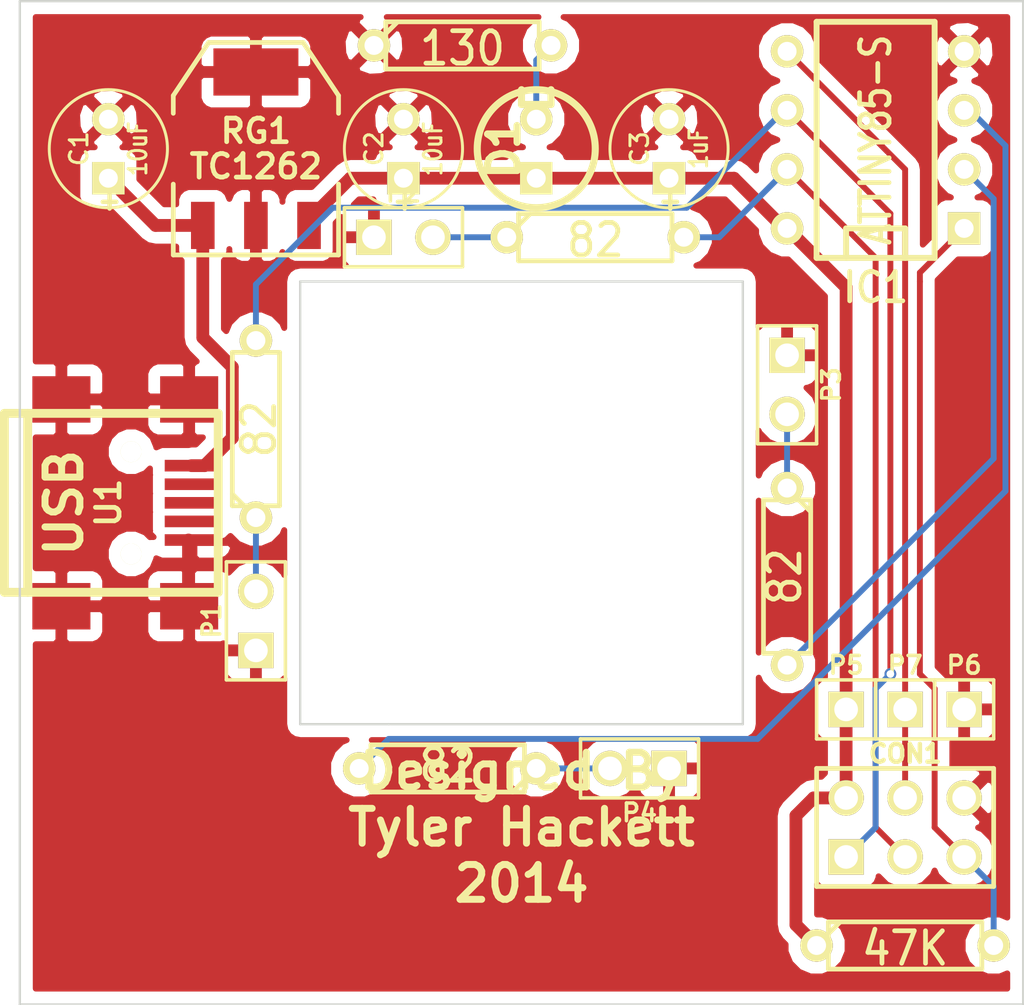
<source format=kicad_pcb>
(kicad_pcb (version 3) (host pcbnew "(2013-07-07 BZR 4022)-stable")

  (general
    (links 41)
    (no_connects 0)
    (area 178.276956 109.169999 223.8756 152.450001)
    (thickness 1.6)
    (drawings 14)
    (tracks 69)
    (zones 0)
    (modules 21)
    (nets 15)
  )

  (page A3)
  (layers
    (15 F.Cu signal)
    (0 B.Cu signal)
    (16 B.Adhes user)
    (17 F.Adhes user)
    (18 B.Paste user)
    (19 F.Paste user)
    (20 B.SilkS user)
    (21 F.SilkS user)
    (22 B.Mask user)
    (23 F.Mask user)
    (24 Dwgs.User user)
    (25 Cmts.User user)
    (26 Eco1.User user)
    (27 Eco2.User user)
    (28 Edge.Cuts user)
  )

  (setup
    (last_trace_width 0.254)
    (trace_clearance 0.2032)
    (zone_clearance 0.508)
    (zone_45_only no)
    (trace_min 0.254)
    (segment_width 0.2)
    (edge_width 0.1)
    (via_size 0.508)
    (via_drill 0.3302)
    (via_min_size 0.508)
    (via_min_drill 0.3302)
    (uvia_size 0.508)
    (uvia_drill 0.127)
    (uvias_allowed no)
    (uvia_min_size 0.508)
    (uvia_min_drill 0.127)
    (pcb_text_width 0.3)
    (pcb_text_size 1.5 1.5)
    (mod_edge_width 0.15)
    (mod_text_size 1 1)
    (mod_text_width 0.15)
    (pad_size 2.49936 1.99898)
    (pad_drill 0)
    (pad_to_mask_clearance 0)
    (aux_axis_origin 0 0)
    (visible_elements 7FFFFFFF)
    (pcbplotparams
      (layerselection 300974081)
      (usegerberextensions true)
      (excludeedgelayer true)
      (linewidth 0.150000)
      (plotframeref false)
      (viasonmask false)
      (mode 1)
      (useauxorigin false)
      (hpglpennumber 1)
      (hpglpenspeed 20)
      (hpglpendiameter 15)
      (hpglpenoverlay 2)
      (psnegative false)
      (psa4output false)
      (plotreference true)
      (plotvalue true)
      (plotothertext true)
      (plotinvisibletext false)
      (padsonsilk false)
      (subtractmaskfromsilk true)
      (outputformat 1)
      (mirror false)
      (drillshape 0)
      (scaleselection 1)
      (outputdirectory S:/Users/TyDesktop/Documents/GitHub/3D-LED-Companion-Cube/src/Circuit/Companion_Cube_DIP/Gerber/))
  )

  (net 0 "")
  (net 1 GND)
  (net 2 N-0000010)
  (net 3 N-0000011)
  (net 4 N-0000012)
  (net 5 N-0000017)
  (net 6 N-000002)
  (net 7 N-000003)
  (net 8 N-000004)
  (net 9 N-000005)
  (net 10 N-000006)
  (net 11 N-000007)
  (net 12 N-000008)
  (net 13 N-000009)
  (net 14 VCC)

  (net_class Default "This is the default net class."
    (clearance 0.2032)
    (trace_width 0.254)
    (via_dia 0.508)
    (via_drill 0.3302)
    (uvia_dia 0.508)
    (uvia_drill 0.127)
    (add_net "")
    (add_net N-0000010)
    (add_net N-0000011)
    (add_net N-0000012)
    (add_net N-000002)
    (add_net N-000003)
    (add_net N-000004)
    (add_net N-000005)
    (add_net N-000006)
    (add_net N-000007)
    (add_net N-000008)
    (add_net N-000009)
  )

  (net_class VCC ""
    (clearance 0.254)
    (trace_width 0.55)
    (via_dia 1)
    (via_drill 0.635)
    (uvia_dia 0.508)
    (uvia_drill 0.127)
    (add_net GND)
    (add_net N-0000017)
    (add_net VCC)
  )

  (module USB_MINI_B (layer F.Cu) (tedit 5490E73E) (tstamp 5490E772)
    (at 184.277 130.81)
    (descr "USB Mini-B 5-pin SMD connector")
    (tags "USB, Mini-B, connector")
    (path /54803DB7)
    (fp_text reference U1 (at -0.127 0 90) (layer F.SilkS)
      (effects (font (size 1.016 1.016) (thickness 0.2032)))
    )
    (fp_text value MINI-B_USB (at 0 -7.0993) (layer F.SilkS) hide
      (effects (font (size 1.016 1.016) (thickness 0.2032)))
    )
    (fp_line (start -3.59918 -3.85064) (end -3.59918 3.85064) (layer F.SilkS) (width 0.381))
    (fp_line (start -4.59994 -3.85064) (end -4.59994 3.85064) (layer F.SilkS) (width 0.381))
    (fp_line (start -4.59994 3.85064) (end 4.59994 3.85064) (layer F.SilkS) (width 0.381))
    (fp_line (start 4.59994 3.85064) (end 4.59994 -3.85064) (layer F.SilkS) (width 0.381))
    (fp_line (start 4.59994 -3.85064) (end -4.59994 -3.85064) (layer F.SilkS) (width 0.381))
    (pad 1 smd rect (at 3.44932 -1.6002) (size 2.30124 0.50038)
      (layers F.Cu F.Paste F.Mask)
      (net 5 N-0000017)
    )
    (pad 2 smd rect (at 3.44932 -0.8001) (size 2.30124 0.50038)
      (layers F.Cu F.Paste F.Mask)
    )
    (pad 3 smd rect (at 3.44932 0) (size 2.30124 0.50038)
      (layers F.Cu F.Paste F.Mask)
    )
    (pad 4 smd rect (at 3.44932 0.8001) (size 2.30124 0.50038)
      (layers F.Cu F.Paste F.Mask)
    )
    (pad 5 smd rect (at 3.44932 1.6002) (size 2.30124 0.50038)
      (layers F.Cu F.Paste F.Mask)
      (net 1 GND)
    )
    (pad 6 smd rect (at 3.35026 -4.45008) (size 2.49936 1.99898)
      (layers F.Cu F.Paste F.Mask)
      (net 1 GND)
    )
    (pad 7 smd rect (at -2.14884 -4.45008) (size 2.49936 1.99898)
      (layers F.Cu F.Paste F.Mask)
      (net 1 GND)
    )
    (pad 8 smd rect (at 3.35026 4.45008) (size 2.49936 1.99898)
      (layers F.Cu F.Paste F.Mask)
      (net 1 GND)
    )
    (pad 9 smd rect (at -2.14884 4.45008) (size 2.49936 1.99898)
      (layers F.Cu F.Paste F.Mask)
      (net 1 GND)
    )
    (pad "" np_thru_hole circle (at 0.8509 -2.19964) (size 0.89916 0.89916) (drill 0.89916)
      (layers *.Cu *.Mask F.SilkS)
    )
    (pad 2 np_thru_hole circle (at 0.8509 2.19964) (size 0.89916 0.89916) (drill 0.89916)
      (layers *.Cu *.Mask F.SilkS)
    )
  )

  (module SOT223 (layer F.Cu) (tedit 200000) (tstamp 54890D97)
    (at 190.5 115.57)
    (descr "module CMS SOT223 4 pins")
    (tags "CMS SOT")
    (path /54804EE1)
    (attr smd)
    (fp_text reference RG1 (at 0 -0.762) (layer F.SilkS)
      (effects (font (size 1.016 1.016) (thickness 0.2032)))
    )
    (fp_text value TC1262 (at 0 0.762) (layer F.SilkS)
      (effects (font (size 1.016 1.016) (thickness 0.2032)))
    )
    (fp_line (start -3.556 1.524) (end -3.556 4.572) (layer F.SilkS) (width 0.2032))
    (fp_line (start -3.556 4.572) (end 3.556 4.572) (layer F.SilkS) (width 0.2032))
    (fp_line (start 3.556 4.572) (end 3.556 1.524) (layer F.SilkS) (width 0.2032))
    (fp_line (start -3.556 -1.524) (end -3.556 -2.286) (layer F.SilkS) (width 0.2032))
    (fp_line (start -3.556 -2.286) (end -2.032 -4.572) (layer F.SilkS) (width 0.2032))
    (fp_line (start -2.032 -4.572) (end 2.032 -4.572) (layer F.SilkS) (width 0.2032))
    (fp_line (start 2.032 -4.572) (end 3.556 -2.286) (layer F.SilkS) (width 0.2032))
    (fp_line (start 3.556 -2.286) (end 3.556 -1.524) (layer F.SilkS) (width 0.2032))
    (pad 4 smd rect (at 0 -3.302) (size 3.6576 2.032)
      (layers F.Cu F.Paste F.Mask)
      (net 1 GND)
    )
    (pad 2 smd rect (at 0 3.302) (size 1.016 2.032)
      (layers F.Cu F.Paste F.Mask)
      (net 1 GND)
    )
    (pad 3 smd rect (at 2.286 3.302) (size 1.016 2.032)
      (layers F.Cu F.Paste F.Mask)
      (net 14 VCC)
    )
    (pad 1 smd rect (at -2.286 3.302) (size 1.016 2.032)
      (layers F.Cu F.Paste F.Mask)
      (net 5 N-0000017)
    )
    (model smd/SOT223.wrl
      (at (xyz 0 0 0))
      (scale (xyz 0.4 0.4 0.4))
      (rotate (xyz 0 0 0))
    )
  )

  (module R3 (layer F.Cu) (tedit 4E4C0E65) (tstamp 54890DB9)
    (at 198.755 142.24 180)
    (descr "Resitance 3 pas")
    (tags R)
    (path /54803F19)
    (autoplace_cost180 10)
    (fp_text reference R4 (at 0 0.127 180) (layer F.SilkS) hide
      (effects (font (size 1.397 1.27) (thickness 0.2032)))
    )
    (fp_text value 82 (at 0 0.127 180) (layer F.SilkS)
      (effects (font (size 1.397 1.27) (thickness 0.2032)))
    )
    (fp_line (start -3.81 0) (end -3.302 0) (layer F.SilkS) (width 0.2032))
    (fp_line (start 3.81 0) (end 3.302 0) (layer F.SilkS) (width 0.2032))
    (fp_line (start 3.302 0) (end 3.302 -1.016) (layer F.SilkS) (width 0.2032))
    (fp_line (start 3.302 -1.016) (end -3.302 -1.016) (layer F.SilkS) (width 0.2032))
    (fp_line (start -3.302 -1.016) (end -3.302 1.016) (layer F.SilkS) (width 0.2032))
    (fp_line (start -3.302 1.016) (end 3.302 1.016) (layer F.SilkS) (width 0.2032))
    (fp_line (start 3.302 1.016) (end 3.302 0) (layer F.SilkS) (width 0.2032))
    (fp_line (start -3.302 -0.508) (end -2.794 -1.016) (layer F.SilkS) (width 0.2032))
    (pad 1 thru_hole circle (at -3.81 0 180) (size 1.397 1.397) (drill 0.8128)
      (layers *.Cu *.Mask F.SilkS)
      (net 12 N-000008)
    )
    (pad 2 thru_hole circle (at 3.81 0 180) (size 1.397 1.397) (drill 0.8128)
      (layers *.Cu *.Mask F.SilkS)
      (net 8 N-000004)
    )
    (model discret/resistor.wrl
      (at (xyz 0 0 0))
      (scale (xyz 0.3 0.3 0.3))
      (rotate (xyz 0 0 0))
    )
  )

  (module R3 (layer F.Cu) (tedit 4E4C0E65) (tstamp 54890DC7)
    (at 213.36 133.985 270)
    (descr "Resitance 3 pas")
    (tags R)
    (path /54803F42)
    (autoplace_cost180 10)
    (fp_text reference R3 (at 0 0.127 270) (layer F.SilkS) hide
      (effects (font (size 1.397 1.27) (thickness 0.2032)))
    )
    (fp_text value 82 (at 0 0.127 270) (layer F.SilkS)
      (effects (font (size 1.397 1.27) (thickness 0.2032)))
    )
    (fp_line (start -3.81 0) (end -3.302 0) (layer F.SilkS) (width 0.2032))
    (fp_line (start 3.81 0) (end 3.302 0) (layer F.SilkS) (width 0.2032))
    (fp_line (start 3.302 0) (end 3.302 -1.016) (layer F.SilkS) (width 0.2032))
    (fp_line (start 3.302 -1.016) (end -3.302 -1.016) (layer F.SilkS) (width 0.2032))
    (fp_line (start -3.302 -1.016) (end -3.302 1.016) (layer F.SilkS) (width 0.2032))
    (fp_line (start -3.302 1.016) (end 3.302 1.016) (layer F.SilkS) (width 0.2032))
    (fp_line (start 3.302 1.016) (end 3.302 0) (layer F.SilkS) (width 0.2032))
    (fp_line (start -3.302 -0.508) (end -2.794 -1.016) (layer F.SilkS) (width 0.2032))
    (pad 1 thru_hole circle (at -3.81 0 270) (size 1.397 1.397) (drill 0.8128)
      (layers *.Cu *.Mask F.SilkS)
      (net 2 N-0000010)
    )
    (pad 2 thru_hole circle (at 3.81 0 270) (size 1.397 1.397) (drill 0.8128)
      (layers *.Cu *.Mask F.SilkS)
      (net 9 N-000005)
    )
    (model discret/resistor.wrl
      (at (xyz 0 0 0))
      (scale (xyz 0.3 0.3 0.3))
      (rotate (xyz 0 0 0))
    )
  )

  (module R3 (layer F.Cu) (tedit 4E4C0E65) (tstamp 54890DD5)
    (at 205.105 119.38)
    (descr "Resitance 3 pas")
    (tags R)
    (path /54803F51)
    (autoplace_cost180 10)
    (fp_text reference R2 (at 0 0.127) (layer F.SilkS) hide
      (effects (font (size 1.397 1.27) (thickness 0.2032)))
    )
    (fp_text value 82 (at 0 0.127) (layer F.SilkS)
      (effects (font (size 1.397 1.27) (thickness 0.2032)))
    )
    (fp_line (start -3.81 0) (end -3.302 0) (layer F.SilkS) (width 0.2032))
    (fp_line (start 3.81 0) (end 3.302 0) (layer F.SilkS) (width 0.2032))
    (fp_line (start 3.302 0) (end 3.302 -1.016) (layer F.SilkS) (width 0.2032))
    (fp_line (start 3.302 -1.016) (end -3.302 -1.016) (layer F.SilkS) (width 0.2032))
    (fp_line (start -3.302 -1.016) (end -3.302 1.016) (layer F.SilkS) (width 0.2032))
    (fp_line (start -3.302 1.016) (end 3.302 1.016) (layer F.SilkS) (width 0.2032))
    (fp_line (start 3.302 1.016) (end 3.302 0) (layer F.SilkS) (width 0.2032))
    (fp_line (start -3.302 -0.508) (end -2.794 -1.016) (layer F.SilkS) (width 0.2032))
    (pad 1 thru_hole circle (at -3.81 0) (size 1.397 1.397) (drill 0.8128)
      (layers *.Cu *.Mask F.SilkS)
      (net 3 N-0000011)
    )
    (pad 2 thru_hole circle (at 3.81 0) (size 1.397 1.397) (drill 0.8128)
      (layers *.Cu *.Mask F.SilkS)
      (net 10 N-000006)
    )
    (model discret/resistor.wrl
      (at (xyz 0 0 0))
      (scale (xyz 0.3 0.3 0.3))
      (rotate (xyz 0 0 0))
    )
  )

  (module R3 (layer F.Cu) (tedit 4E4C0E65) (tstamp 5490DF5B)
    (at 190.5 127.635 90)
    (descr "Resitance 3 pas")
    (tags R)
    (path /54803F60)
    (autoplace_cost180 10)
    (fp_text reference R1 (at 0 0.127 90) (layer F.SilkS) hide
      (effects (font (size 1.397 1.27) (thickness 0.2032)))
    )
    (fp_text value 82 (at 0 0.127 90) (layer F.SilkS)
      (effects (font (size 1.397 1.27) (thickness 0.2032)))
    )
    (fp_line (start -3.81 0) (end -3.302 0) (layer F.SilkS) (width 0.2032))
    (fp_line (start 3.81 0) (end 3.302 0) (layer F.SilkS) (width 0.2032))
    (fp_line (start 3.302 0) (end 3.302 -1.016) (layer F.SilkS) (width 0.2032))
    (fp_line (start 3.302 -1.016) (end -3.302 -1.016) (layer F.SilkS) (width 0.2032))
    (fp_line (start -3.302 -1.016) (end -3.302 1.016) (layer F.SilkS) (width 0.2032))
    (fp_line (start -3.302 1.016) (end 3.302 1.016) (layer F.SilkS) (width 0.2032))
    (fp_line (start 3.302 1.016) (end 3.302 0) (layer F.SilkS) (width 0.2032))
    (fp_line (start -3.302 -0.508) (end -2.794 -1.016) (layer F.SilkS) (width 0.2032))
    (pad 1 thru_hole circle (at -3.81 0 90) (size 1.397 1.397) (drill 0.8128)
      (layers *.Cu *.Mask F.SilkS)
      (net 4 N-0000012)
    )
    (pad 2 thru_hole circle (at 3.81 0 90) (size 1.397 1.397) (drill 0.8128)
      (layers *.Cu *.Mask F.SilkS)
      (net 11 N-000007)
    )
    (model discret/resistor.wrl
      (at (xyz 0 0 0))
      (scale (xyz 0.3 0.3 0.3))
      (rotate (xyz 0 0 0))
    )
  )

  (module R3 (layer F.Cu) (tedit 4E4C0E65) (tstamp 54890DF1)
    (at 218.44 149.86)
    (descr "Resitance 3 pas")
    (tags R)
    (path /54818FB5)
    (autoplace_cost180 10)
    (fp_text reference R6 (at 0 0.127) (layer F.SilkS) hide
      (effects (font (size 1.397 1.27) (thickness 0.2032)))
    )
    (fp_text value 47K (at 0 0.127) (layer F.SilkS)
      (effects (font (size 1.397 1.27) (thickness 0.2032)))
    )
    (fp_line (start -3.81 0) (end -3.302 0) (layer F.SilkS) (width 0.2032))
    (fp_line (start 3.81 0) (end 3.302 0) (layer F.SilkS) (width 0.2032))
    (fp_line (start 3.302 0) (end 3.302 -1.016) (layer F.SilkS) (width 0.2032))
    (fp_line (start 3.302 -1.016) (end -3.302 -1.016) (layer F.SilkS) (width 0.2032))
    (fp_line (start -3.302 -1.016) (end -3.302 1.016) (layer F.SilkS) (width 0.2032))
    (fp_line (start -3.302 1.016) (end 3.302 1.016) (layer F.SilkS) (width 0.2032))
    (fp_line (start 3.302 1.016) (end 3.302 0) (layer F.SilkS) (width 0.2032))
    (fp_line (start -3.302 -0.508) (end -2.794 -1.016) (layer F.SilkS) (width 0.2032))
    (pad 1 thru_hole circle (at -3.81 0) (size 1.397 1.397) (drill 0.8128)
      (layers *.Cu *.Mask F.SilkS)
      (net 14 VCC)
    )
    (pad 2 thru_hole circle (at 3.81 0) (size 1.397 1.397) (drill 0.8128)
      (layers *.Cu *.Mask F.SilkS)
      (net 6 N-000002)
    )
    (model discret/resistor.wrl
      (at (xyz 0 0 0))
      (scale (xyz 0.3 0.3 0.3))
      (rotate (xyz 0 0 0))
    )
  )

  (module R3 (layer F.Cu) (tedit 4E4C0E65) (tstamp 54890DFF)
    (at 199.39 111.125)
    (descr "Resitance 3 pas")
    (tags R)
    (path /54805CDD)
    (autoplace_cost180 10)
    (fp_text reference R5 (at 0 0.127) (layer F.SilkS) hide
      (effects (font (size 1.397 1.27) (thickness 0.2032)))
    )
    (fp_text value 130 (at 0 0.127) (layer F.SilkS)
      (effects (font (size 1.397 1.27) (thickness 0.2032)))
    )
    (fp_line (start -3.81 0) (end -3.302 0) (layer F.SilkS) (width 0.2032))
    (fp_line (start 3.81 0) (end 3.302 0) (layer F.SilkS) (width 0.2032))
    (fp_line (start 3.302 0) (end 3.302 -1.016) (layer F.SilkS) (width 0.2032))
    (fp_line (start 3.302 -1.016) (end -3.302 -1.016) (layer F.SilkS) (width 0.2032))
    (fp_line (start -3.302 -1.016) (end -3.302 1.016) (layer F.SilkS) (width 0.2032))
    (fp_line (start -3.302 1.016) (end 3.302 1.016) (layer F.SilkS) (width 0.2032))
    (fp_line (start 3.302 1.016) (end 3.302 0) (layer F.SilkS) (width 0.2032))
    (fp_line (start -3.302 -0.508) (end -2.794 -1.016) (layer F.SilkS) (width 0.2032))
    (pad 1 thru_hole circle (at -3.81 0) (size 1.397 1.397) (drill 0.8128)
      (layers *.Cu *.Mask F.SilkS)
      (net 1 GND)
    )
    (pad 2 thru_hole circle (at 3.81 0) (size 1.397 1.397) (drill 0.8128)
      (layers *.Cu *.Mask F.SilkS)
      (net 13 N-000009)
    )
    (model discret/resistor.wrl
      (at (xyz 0 0 0))
      (scale (xyz 0.3 0.3 0.3))
      (rotate (xyz 0 0 0))
    )
  )

  (module pin_array_3x2 (layer F.Cu) (tedit 5490E71E) (tstamp 54890E0D)
    (at 218.44 144.78)
    (descr "Double rangee de contacts 2 x 4 pins")
    (tags CONN)
    (path /5480474F)
    (fp_text reference CON1 (at 0 -3.175) (layer F.SilkS)
      (effects (font (size 0.762 0.762) (thickness 0.1905)))
    )
    (fp_text value AVR-ISP-6 (at 0 3.81) (layer F.SilkS) hide
      (effects (font (size 1.016 1.016) (thickness 0.2032)))
    )
    (fp_line (start 3.81 2.54) (end -3.81 2.54) (layer F.SilkS) (width 0.2032))
    (fp_line (start -3.81 -2.54) (end 3.81 -2.54) (layer F.SilkS) (width 0.2032))
    (fp_line (start 3.81 -2.54) (end 3.81 2.54) (layer F.SilkS) (width 0.2032))
    (fp_line (start -3.81 2.54) (end -3.81 -2.54) (layer F.SilkS) (width 0.2032))
    (pad 1 thru_hole rect (at -2.54 1.27) (size 1.524 1.524) (drill 1.016)
      (layers *.Cu *.Mask F.SilkS)
      (net 11 N-000007)
    )
    (pad 2 thru_hole circle (at -2.54 -1.27) (size 1.524 1.524) (drill 1.016)
      (layers *.Cu *.Mask F.SilkS)
      (net 14 VCC)
    )
    (pad 3 thru_hole circle (at 0 1.27) (size 1.524 1.524) (drill 1.016)
      (layers *.Cu *.Mask F.SilkS)
      (net 10 N-000006)
    )
    (pad 4 thru_hole circle (at 0 -1.27) (size 1.524 1.524) (drill 1.016)
      (layers *.Cu *.Mask F.SilkS)
      (net 7 N-000003)
    )
    (pad 5 thru_hole circle (at 2.54 1.27) (size 1.524 1.524) (drill 1.016)
      (layers *.Cu *.Mask F.SilkS)
      (net 6 N-000002)
    )
    (pad 6 thru_hole circle (at 2.54 -1.27) (size 1.524 1.524) (drill 1.016)
      (layers *.Cu *.Mask F.SilkS)
      (net 1 GND)
    )
    (model pin_array/pins_array_3x2.wrl
      (at (xyz 0 0 0))
      (scale (xyz 1 1 1))
      (rotate (xyz 0 0 0))
    )
  )

  (module PIN_ARRAY_2X1 (layer F.Cu) (tedit 4565C520) (tstamp 54890E17)
    (at 213.36 125.73 270)
    (descr "Connecteurs 2 pins")
    (tags "CONN DEV")
    (path /54890B72)
    (fp_text reference P3 (at 0 -1.905 270) (layer F.SilkS)
      (effects (font (size 0.762 0.762) (thickness 0.1524)))
    )
    (fp_text value LED_2 (at 0 -1.905 270) (layer F.SilkS) hide
      (effects (font (size 0.762 0.762) (thickness 0.1524)))
    )
    (fp_line (start -2.54 1.27) (end -2.54 -1.27) (layer F.SilkS) (width 0.1524))
    (fp_line (start -2.54 -1.27) (end 2.54 -1.27) (layer F.SilkS) (width 0.1524))
    (fp_line (start 2.54 -1.27) (end 2.54 1.27) (layer F.SilkS) (width 0.1524))
    (fp_line (start 2.54 1.27) (end -2.54 1.27) (layer F.SilkS) (width 0.1524))
    (pad 1 thru_hole rect (at -1.27 0 270) (size 1.524 1.524) (drill 1.016)
      (layers *.Cu *.Mask F.SilkS)
      (net 1 GND)
    )
    (pad 2 thru_hole circle (at 1.27 0 270) (size 1.524 1.524) (drill 1.016)
      (layers *.Cu *.Mask F.SilkS)
      (net 2 N-0000010)
    )
    (model pin_array/pins_array_2x1.wrl
      (at (xyz 0 0 0))
      (scale (xyz 1 1 1))
      (rotate (xyz 0 0 0))
    )
  )

  (module PIN_ARRAY_2X1 (layer F.Cu) (tedit 4565C520) (tstamp 54890E21)
    (at 196.85 119.38)
    (descr "Connecteurs 2 pins")
    (tags "CONN DEV")
    (path /54890B63)
    (fp_text reference P2 (at 0 -1.905) (layer F.SilkS)
      (effects (font (size 0.762 0.762) (thickness 0.1524)))
    )
    (fp_text value LED_3 (at 0 -1.905) (layer F.SilkS) hide
      (effects (font (size 0.762 0.762) (thickness 0.1524)))
    )
    (fp_line (start -2.54 1.27) (end -2.54 -1.27) (layer F.SilkS) (width 0.1524))
    (fp_line (start -2.54 -1.27) (end 2.54 -1.27) (layer F.SilkS) (width 0.1524))
    (fp_line (start 2.54 -1.27) (end 2.54 1.27) (layer F.SilkS) (width 0.1524))
    (fp_line (start 2.54 1.27) (end -2.54 1.27) (layer F.SilkS) (width 0.1524))
    (pad 1 thru_hole rect (at -1.27 0) (size 1.524 1.524) (drill 1.016)
      (layers *.Cu *.Mask F.SilkS)
      (net 1 GND)
    )
    (pad 2 thru_hole circle (at 1.27 0) (size 1.524 1.524) (drill 1.016)
      (layers *.Cu *.Mask F.SilkS)
      (net 3 N-0000011)
    )
    (model pin_array/pins_array_2x1.wrl
      (at (xyz 0 0 0))
      (scale (xyz 1 1 1))
      (rotate (xyz 0 0 0))
    )
  )

  (module PIN_ARRAY_2X1 (layer F.Cu) (tedit 4565C520) (tstamp 54890E2B)
    (at 190.5 135.89 90)
    (descr "Connecteurs 2 pins")
    (tags "CONN DEV")
    (path /54890B4A)
    (fp_text reference P1 (at 0 -1.905 90) (layer F.SilkS)
      (effects (font (size 0.762 0.762) (thickness 0.1524)))
    )
    (fp_text value LED_4 (at 0 -1.905 90) (layer F.SilkS) hide
      (effects (font (size 0.762 0.762) (thickness 0.1524)))
    )
    (fp_line (start -2.54 1.27) (end -2.54 -1.27) (layer F.SilkS) (width 0.1524))
    (fp_line (start -2.54 -1.27) (end 2.54 -1.27) (layer F.SilkS) (width 0.1524))
    (fp_line (start 2.54 -1.27) (end 2.54 1.27) (layer F.SilkS) (width 0.1524))
    (fp_line (start 2.54 1.27) (end -2.54 1.27) (layer F.SilkS) (width 0.1524))
    (pad 1 thru_hole rect (at -1.27 0 90) (size 1.524 1.524) (drill 1.016)
      (layers *.Cu *.Mask F.SilkS)
      (net 1 GND)
    )
    (pad 2 thru_hole circle (at 1.27 0 90) (size 1.524 1.524) (drill 1.016)
      (layers *.Cu *.Mask F.SilkS)
      (net 4 N-0000012)
    )
    (model pin_array/pins_array_2x1.wrl
      (at (xyz 0 0 0))
      (scale (xyz 1 1 1))
      (rotate (xyz 0 0 0))
    )
  )

  (module PIN_ARRAY_2X1 (layer F.Cu) (tedit 4565C520) (tstamp 54890E35)
    (at 207.01 142.24 180)
    (descr "Connecteurs 2 pins")
    (tags "CONN DEV")
    (path /54890B81)
    (fp_text reference P4 (at 0 -1.905 180) (layer F.SilkS)
      (effects (font (size 0.762 0.762) (thickness 0.1524)))
    )
    (fp_text value LED_1 (at 0 -1.905 180) (layer F.SilkS) hide
      (effects (font (size 0.762 0.762) (thickness 0.1524)))
    )
    (fp_line (start -2.54 1.27) (end -2.54 -1.27) (layer F.SilkS) (width 0.1524))
    (fp_line (start -2.54 -1.27) (end 2.54 -1.27) (layer F.SilkS) (width 0.1524))
    (fp_line (start 2.54 -1.27) (end 2.54 1.27) (layer F.SilkS) (width 0.1524))
    (fp_line (start 2.54 1.27) (end -2.54 1.27) (layer F.SilkS) (width 0.1524))
    (pad 1 thru_hole rect (at -1.27 0 180) (size 1.524 1.524) (drill 1.016)
      (layers *.Cu *.Mask F.SilkS)
      (net 1 GND)
    )
    (pad 2 thru_hole circle (at 1.27 0 180) (size 1.524 1.524) (drill 1.016)
      (layers *.Cu *.Mask F.SilkS)
      (net 12 N-000008)
    )
    (model pin_array/pins_array_2x1.wrl
      (at (xyz 0 0 0))
      (scale (xyz 1 1 1))
      (rotate (xyz 0 0 0))
    )
  )

  (module PIN_ARRAY_1 (layer F.Cu) (tedit 4E4E744E) (tstamp 54890E3E)
    (at 218.44 139.7)
    (descr "1 pin")
    (tags "CONN DEV")
    (path /54890B90)
    (fp_text reference P7 (at 0 -1.905) (layer F.SilkS)
      (effects (font (size 0.762 0.762) (thickness 0.1524)))
    )
    (fp_text value CONN_1 (at 0 -1.905) (layer F.SilkS) hide
      (effects (font (size 0.762 0.762) (thickness 0.1524)))
    )
    (fp_line (start 1.27 1.27) (end -1.27 1.27) (layer F.SilkS) (width 0.1524))
    (fp_line (start -1.27 -1.27) (end 1.27 -1.27) (layer F.SilkS) (width 0.1524))
    (fp_line (start -1.27 1.27) (end -1.27 -1.27) (layer F.SilkS) (width 0.1524))
    (fp_line (start 1.27 -1.27) (end 1.27 1.27) (layer F.SilkS) (width 0.1524))
    (pad 1 thru_hole rect (at 0 0) (size 1.524 1.524) (drill 1.016)
      (layers *.Cu *.Mask F.SilkS)
      (net 7 N-000003)
    )
    (model pin_array\pin_1.wrl
      (at (xyz 0 0 0))
      (scale (xyz 1 1 1))
      (rotate (xyz 0 0 0))
    )
  )

  (module PIN_ARRAY_1 (layer F.Cu) (tedit 4E4E744E) (tstamp 54890E47)
    (at 220.98 139.7)
    (descr "1 pin")
    (tags "CONN DEV")
    (path /54890BA6)
    (fp_text reference P6 (at 0 -1.905) (layer F.SilkS)
      (effects (font (size 0.762 0.762) (thickness 0.1524)))
    )
    (fp_text value CONN_1 (at 0 -1.905) (layer F.SilkS) hide
      (effects (font (size 0.762 0.762) (thickness 0.1524)))
    )
    (fp_line (start 1.27 1.27) (end -1.27 1.27) (layer F.SilkS) (width 0.1524))
    (fp_line (start -1.27 -1.27) (end 1.27 -1.27) (layer F.SilkS) (width 0.1524))
    (fp_line (start -1.27 1.27) (end -1.27 -1.27) (layer F.SilkS) (width 0.1524))
    (fp_line (start 1.27 -1.27) (end 1.27 1.27) (layer F.SilkS) (width 0.1524))
    (pad 1 thru_hole rect (at 0 0) (size 1.524 1.524) (drill 1.016)
      (layers *.Cu *.Mask F.SilkS)
      (net 1 GND)
    )
    (model pin_array\pin_1.wrl
      (at (xyz 0 0 0))
      (scale (xyz 1 1 1))
      (rotate (xyz 0 0 0))
    )
  )

  (module PIN_ARRAY_1 (layer F.Cu) (tedit 4E4E744E) (tstamp 54890E50)
    (at 215.9 139.7)
    (descr "1 pin")
    (tags "CONN DEV")
    (path /54890BB5)
    (fp_text reference P5 (at 0 -1.905) (layer F.SilkS)
      (effects (font (size 0.762 0.762) (thickness 0.1524)))
    )
    (fp_text value CONN_1 (at 0 -1.905) (layer F.SilkS) hide
      (effects (font (size 0.762 0.762) (thickness 0.1524)))
    )
    (fp_line (start 1.27 1.27) (end -1.27 1.27) (layer F.SilkS) (width 0.1524))
    (fp_line (start -1.27 -1.27) (end 1.27 -1.27) (layer F.SilkS) (width 0.1524))
    (fp_line (start -1.27 1.27) (end -1.27 -1.27) (layer F.SilkS) (width 0.1524))
    (fp_line (start 1.27 -1.27) (end 1.27 1.27) (layer F.SilkS) (width 0.1524))
    (pad 1 thru_hole rect (at 0 0) (size 1.524 1.524) (drill 1.016)
      (layers *.Cu *.Mask F.SilkS)
      (net 14 VCC)
    )
    (model pin_array\pin_1.wrl
      (at (xyz 0 0 0))
      (scale (xyz 1 1 1))
      (rotate (xyz 0 0 0))
    )
  )

  (module LEDV (layer F.Cu) (tedit 5490E605) (tstamp 5490E77D)
    (at 202.565 115.57 90)
    (descr "Led verticale diam 6mm")
    (tags "LED DEV")
    (path /5480571F)
    (fp_text reference D1 (at 0 -1.397 90) (layer F.SilkS)
      (effects (font (size 1.27 1.27) (thickness 0.3048)))
    )
    (fp_text value RED (at 0 -3.81 90) (layer F.SilkS) hide
      (effects (font (size 1.524 1.524) (thickness 0.3048)))
    )
    (fp_circle (center 0 0) (end -2.54 0) (layer F.SilkS) (width 0.3048))
    (fp_line (start 2.54 -0.635) (end 1.905 -0.635) (layer F.SilkS) (width 0.3048))
    (fp_line (start 1.905 -0.635) (end 1.905 0.635) (layer F.SilkS) (width 0.3048))
    (fp_line (start 1.905 0.635) (end 2.54 0.635) (layer F.SilkS) (width 0.3048))
    (pad 1 thru_hole rect (at -1.27 0 90) (size 1.397 1.397) (drill 0.8128)
      (layers *.Cu *.Mask F.SilkS)
      (net 14 VCC)
    )
    (pad 2 thru_hole circle (at 1.27 0 90) (size 1.397 1.397) (drill 0.8128)
      (layers *.Cu *.Mask F.SilkS)
      (net 13 N-000009)
    )
    (model discret/led5_vertical.wrl
      (at (xyz 0 0 0))
      (scale (xyz 1 1 1))
      (rotate (xyz 0 0 0))
    )
  )

  (module C1V5 (layer F.Cu) (tedit 3E070CF4) (tstamp 54890E62)
    (at 196.85 115.57 90)
    (descr "Condensateur e = 1 pas")
    (tags C)
    (path /54805432)
    (fp_text reference C2 (at 0 -1.26746 90) (layer F.SilkS)
      (effects (font (size 0.762 0.762) (thickness 0.127)))
    )
    (fp_text value 10uF (at 0 1.27 90) (layer F.SilkS)
      (effects (font (size 0.762 0.635) (thickness 0.127)))
    )
    (fp_text user + (at -2.286 0 90) (layer F.SilkS)
      (effects (font (size 0.762 0.762) (thickness 0.2032)))
    )
    (fp_circle (center 0 0) (end 0.127 -2.54) (layer F.SilkS) (width 0.127))
    (pad 1 thru_hole rect (at -1.27 0 90) (size 1.397 1.397) (drill 0.8128)
      (layers *.Cu *.Mask F.SilkS)
      (net 14 VCC)
    )
    (pad 2 thru_hole circle (at 1.27 0 90) (size 1.397 1.397) (drill 0.8128)
      (layers *.Cu *.Mask F.SilkS)
      (net 1 GND)
    )
    (model discret/c_vert_c1v5.wrl
      (at (xyz 0 0 0))
      (scale (xyz 1 1 1))
      (rotate (xyz 0 0 0))
    )
  )

  (module C1V5 (layer F.Cu) (tedit 3E070CF4) (tstamp 54890E6A)
    (at 184.15 115.57 90)
    (descr "Condensateur e = 1 pas")
    (tags C)
    (path /548051FF)
    (fp_text reference C1 (at 0 -1.26746 90) (layer F.SilkS)
      (effects (font (size 0.762 0.762) (thickness 0.127)))
    )
    (fp_text value 10uF (at 0 1.27 90) (layer F.SilkS)
      (effects (font (size 0.762 0.635) (thickness 0.127)))
    )
    (fp_text user + (at -2.286 0 90) (layer F.SilkS)
      (effects (font (size 0.762 0.762) (thickness 0.2032)))
    )
    (fp_circle (center 0 0) (end 0.127 -2.54) (layer F.SilkS) (width 0.127))
    (pad 1 thru_hole rect (at -1.27 0 90) (size 1.397 1.397) (drill 0.8128)
      (layers *.Cu *.Mask F.SilkS)
      (net 5 N-0000017)
    )
    (pad 2 thru_hole circle (at 1.27 0 90) (size 1.397 1.397) (drill 0.8128)
      (layers *.Cu *.Mask F.SilkS)
      (net 1 GND)
    )
    (model discret/c_vert_c1v5.wrl
      (at (xyz 0 0 0))
      (scale (xyz 1 1 1))
      (rotate (xyz 0 0 0))
    )
  )

  (module C1V5 (layer F.Cu) (tedit 3E070CF4) (tstamp 54890E72)
    (at 208.28 115.57 90)
    (descr "Condensateur e = 1 pas")
    (tags C)
    (path /54804B57)
    (fp_text reference C3 (at 0 -1.26746 90) (layer F.SilkS)
      (effects (font (size 0.762 0.762) (thickness 0.127)))
    )
    (fp_text value 1uF (at 0 1.27 90) (layer F.SilkS)
      (effects (font (size 0.762 0.635) (thickness 0.127)))
    )
    (fp_text user + (at -2.286 0 90) (layer F.SilkS)
      (effects (font (size 0.762 0.762) (thickness 0.2032)))
    )
    (fp_circle (center 0 0) (end 0.127 -2.54) (layer F.SilkS) (width 0.127))
    (pad 1 thru_hole rect (at -1.27 0 90) (size 1.397 1.397) (drill 0.8128)
      (layers *.Cu *.Mask F.SilkS)
      (net 14 VCC)
    )
    (pad 2 thru_hole circle (at 1.27 0 90) (size 1.397 1.397) (drill 0.8128)
      (layers *.Cu *.Mask F.SilkS)
      (net 1 GND)
    )
    (model discret/c_vert_c1v5.wrl
      (at (xyz 0 0 0))
      (scale (xyz 1 1 1))
      (rotate (xyz 0 0 0))
    )
  )

  (module DIP-8__300 (layer F.Cu) (tedit 43A7F843) (tstamp 548972CD)
    (at 217.17 115.189 90)
    (descr "8 pins DIL package, round pads")
    (tags DIL)
    (path /54803D15)
    (fp_text reference IC1 (at -6.35 0 180) (layer F.SilkS)
      (effects (font (size 1.27 1.143) (thickness 0.2032)))
    )
    (fp_text value ATTINY85-S (at 0 0 90) (layer F.SilkS)
      (effects (font (size 1.27 1.016) (thickness 0.2032)))
    )
    (fp_line (start -5.08 -1.27) (end -3.81 -1.27) (layer F.SilkS) (width 0.254))
    (fp_line (start -3.81 -1.27) (end -3.81 1.27) (layer F.SilkS) (width 0.254))
    (fp_line (start -3.81 1.27) (end -5.08 1.27) (layer F.SilkS) (width 0.254))
    (fp_line (start -5.08 -2.54) (end 5.08 -2.54) (layer F.SilkS) (width 0.254))
    (fp_line (start 5.08 -2.54) (end 5.08 2.54) (layer F.SilkS) (width 0.254))
    (fp_line (start 5.08 2.54) (end -5.08 2.54) (layer F.SilkS) (width 0.254))
    (fp_line (start -5.08 2.54) (end -5.08 -2.54) (layer F.SilkS) (width 0.254))
    (pad 1 thru_hole rect (at -3.81 3.81 90) (size 1.397 1.397) (drill 0.8128)
      (layers *.Cu *.Mask F.SilkS)
      (net 6 N-000002)
    )
    (pad 2 thru_hole circle (at -1.27 3.81 90) (size 1.397 1.397) (drill 0.8128)
      (layers *.Cu *.Mask F.SilkS)
      (net 9 N-000005)
    )
    (pad 3 thru_hole circle (at 1.27 3.81 90) (size 1.397 1.397) (drill 0.8128)
      (layers *.Cu *.Mask F.SilkS)
      (net 8 N-000004)
    )
    (pad 4 thru_hole circle (at 3.81 3.81 90) (size 1.397 1.397) (drill 0.8128)
      (layers *.Cu *.Mask F.SilkS)
      (net 1 GND)
    )
    (pad 5 thru_hole circle (at 3.81 -3.81 90) (size 1.397 1.397) (drill 0.8128)
      (layers *.Cu *.Mask F.SilkS)
      (net 7 N-000003)
    )
    (pad 6 thru_hole circle (at 1.27 -3.81 90) (size 1.397 1.397) (drill 0.8128)
      (layers *.Cu *.Mask F.SilkS)
      (net 11 N-000007)
    )
    (pad 7 thru_hole circle (at -1.27 -3.81 90) (size 1.397 1.397) (drill 0.8128)
      (layers *.Cu *.Mask F.SilkS)
      (net 10 N-000006)
    )
    (pad 8 thru_hole circle (at -3.81 -3.81 90) (size 1.397 1.397) (drill 0.8128)
      (layers *.Cu *.Mask F.SilkS)
      (net 14 VCC)
    )
    (model dil/dil_8.wrl
      (at (xyz 0 0 0))
      (scale (xyz 1 1 1))
      (rotate (xyz 0 0 0))
    )
  )

  (gr_text "CUT OUT" (at 201.93 130.81) (layer Dwgs.User)
    (effects (font (size 1.5 1.5) (thickness 0.3)))
  )
  (gr_text "USB\n" (at 182.245 130.81 90) (layer F.SilkS)
    (effects (font (size 1.5 1.5) (thickness 0.3)))
  )
  (gr_line (start 211.455 140.335) (end 196.215 140.335) (angle 90) (layer Edge.Cuts) (width 0.1))
  (gr_line (start 211.455 121.285) (end 211.455 140.335) (angle 90) (layer Edge.Cuts) (width 0.1))
  (gr_line (start 192.405 121.285) (end 211.455 121.285) (angle 90) (layer Edge.Cuts) (width 0.1))
  (gr_line (start 192.405 140.335) (end 192.405 121.285) (angle 90) (layer Edge.Cuts) (width 0.1))
  (gr_line (start 196.215 140.335) (end 192.405 140.335) (angle 90) (layer Edge.Cuts) (width 0.1))
  (gr_text "Designed By\nTyler Hackett\n2014" (at 201.93 144.78) (layer F.SilkS)
    (effects (font (size 1.5 1.5) (thickness 0.3)))
  )
  (gr_text TASH (at 185.42 144.78 270) (layer F.Mask)
    (effects (font (size 3.5 3.5) (thickness 0.5)))
  )
  (gr_line (start 180.34 109.22) (end 180.34 130.81) (angle 90) (layer Edge.Cuts) (width 0.1))
  (gr_line (start 223.52 109.22) (end 180.34 109.22) (angle 90) (layer Edge.Cuts) (width 0.1))
  (gr_line (start 223.52 152.4) (end 223.52 109.22) (angle 90) (layer Edge.Cuts) (width 0.1))
  (gr_line (start 180.34 152.4) (end 223.52 152.4) (angle 90) (layer Edge.Cuts) (width 0.1))
  (gr_line (start 180.34 130.81) (end 180.34 152.4) (angle 90) (layer Edge.Cuts) (width 0.1))

  (segment (start 187.59932 132.4102) (end 187.59932 135.16102) (width 0.55) (layer F.Cu) (net 1))
  (segment (start 187.59932 135.16102) (end 187.50026 135.26008) (width 0.55) (layer F.Cu) (net 1) (tstamp 548934C0))
  (segment (start 213.36 130.175) (end 213.36 127) (width 0.254) (layer B.Cu) (net 2))
  (segment (start 201.295 119.38) (end 198.12 119.38) (width 0.254) (layer B.Cu) (net 3))
  (segment (start 190.5 131.445) (end 190.5 134.62) (width 0.254) (layer B.Cu) (net 4))
  (segment (start 187.72632 129.2098) (end 188.2902 129.2098) (width 0.55) (layer F.Cu) (net 5))
  (segment (start 188.214 123.698) (end 188.214 118.872) (width 0.55) (layer F.Cu) (net 5) (tstamp 5490DA0D))
  (segment (start 189.484 124.968) (end 188.214 123.698) (width 0.55) (layer F.Cu) (net 5) (tstamp 5490DA07))
  (segment (start 189.484 128.016) (end 189.484 124.968) (width 0.55) (layer F.Cu) (net 5) (tstamp 5490DA02))
  (segment (start 188.2902 129.2098) (end 189.484 128.016) (width 0.55) (layer F.Cu) (net 5) (tstamp 5490D9FB))
  (segment (start 188.214 118.872) (end 186.182 118.872) (width 0.55) (layer F.Cu) (net 5))
  (segment (start 186.182 118.872) (end 184.15 116.84) (width 0.55) (layer F.Cu) (net 5) (tstamp 5489744A))
  (segment (start 220.98 118.999) (end 219.075 120.904) (width 0.254) (layer F.Cu) (net 6) (status 400000))
  (segment (start 219.075 120.904) (end 219.075 121.285) (width 0.254) (layer F.Cu) (net 6) (tstamp 549228D8))
  (segment (start 220.98 146.05) (end 219.71 144.78) (width 0.254) (layer F.Cu) (net 6))
  (segment (start 219.71 144.78) (end 219.71 138.811) (width 0.254) (layer F.Cu) (net 6) (tstamp 54892C06))
  (segment (start 219.71 138.811) (end 219.075 138.176) (width 0.254) (layer F.Cu) (net 6) (tstamp 54892C16))
  (segment (start 219.075 138.176) (end 219.075 121.285) (width 0.254) (layer F.Cu) (net 6) (tstamp 54892C24))
  (segment (start 222.25 149.86) (end 222.25 147.32) (width 0.254) (layer B.Cu) (net 6))
  (segment (start 222.25 147.32) (end 220.98 146.05) (width 0.254) (layer B.Cu) (net 6) (tstamp 54897479))
  (segment (start 213.36 111.379) (end 218.44 116.459) (width 0.254) (layer F.Cu) (net 7))
  (segment (start 218.44 116.459) (end 218.44 139.7) (width 0.254) (layer F.Cu) (net 7) (tstamp 548924AE))
  (segment (start 218.44 143.51) (end 218.44 139.7) (width 0.254) (layer F.Cu) (net 7))
  (segment (start 213.36 139.7) (end 212.09 140.97) (width 0.254) (layer B.Cu) (net 8))
  (segment (start 196.215 140.97) (end 194.945 142.24) (width 0.254) (layer B.Cu) (net 8) (tstamp 5490E106))
  (segment (start 212.09 140.97) (end 196.215 140.97) (width 0.254) (layer B.Cu) (net 8) (tstamp 5490E0FD))
  (segment (start 222.758 130.302) (end 222.758 128.27) (width 0.254) (layer B.Cu) (net 8) (tstamp 5490E0CF))
  (segment (start 213.36 139.7) (end 222.758 130.302) (width 0.254) (layer B.Cu) (net 8) (tstamp 5490E0C9))
  (segment (start 220.98 113.919) (end 221.234 113.919) (width 0.254) (layer B.Cu) (net 8))
  (segment (start 221.234 113.919) (end 222.758 115.443) (width 0.254) (layer B.Cu) (net 8) (tstamp 5489757E))
  (segment (start 222.758 115.443) (end 222.758 128.27) (width 0.254) (layer B.Cu) (net 8) (tstamp 54897580))
  (segment (start 222.25 127.635) (end 222.25 128.905) (width 0.254) (layer B.Cu) (net 9))
  (segment (start 222.25 128.905) (end 213.36 137.795) (width 0.254) (layer B.Cu) (net 9) (tstamp 5490E0DE))
  (segment (start 220.98 116.459) (end 222.25 117.729) (width 0.254) (layer B.Cu) (net 9))
  (segment (start 222.25 117.729) (end 222.25 127.635) (width 0.254) (layer B.Cu) (net 9) (tstamp 54897562))
  (segment (start 213.36 116.459) (end 217.17 120.269) (width 0.254) (layer F.Cu) (net 10))
  (segment (start 208.915 119.38) (end 210.439 119.38) (width 0.254) (layer B.Cu) (net 10))
  (segment (start 210.439 119.38) (end 213.36 116.459) (width 0.254) (layer B.Cu) (net 10) (tstamp 5490DFDF))
  (segment (start 217.17 144.78) (end 218.44 146.05) (width 0.254) (layer F.Cu) (net 10) (tstamp 548974E1))
  (segment (start 217.17 120.269) (end 217.17 144.78) (width 0.254) (layer F.Cu) (net 10) (tstamp 549228AD))
  (segment (start 213.36 113.919) (end 217.805 118.364) (width 0.254) (layer F.Cu) (net 11))
  (segment (start 213.36 113.919) (end 213.233 113.919) (width 0.254) (layer B.Cu) (net 11))
  (segment (start 190.5 121.412) (end 190.5 123.825) (width 0.254) (layer B.Cu) (net 11) (tstamp 5490DFC6))
  (segment (start 193.802 118.11) (end 190.5 121.412) (width 0.254) (layer B.Cu) (net 11) (tstamp 5490DFC3))
  (segment (start 209.042 118.11) (end 193.802 118.11) (width 0.254) (layer B.Cu) (net 11) (tstamp 5490DFC1))
  (segment (start 213.233 113.919) (end 209.042 118.11) (width 0.254) (layer B.Cu) (net 11) (tstamp 5490DFC0))
  (segment (start 217.17 144.78) (end 215.9 146.05) (width 0.254) (layer B.Cu) (net 11) (tstamp 54892467))
  (segment (start 217.17 138.811) (end 217.17 144.78) (width 0.254) (layer B.Cu) (net 11) (tstamp 54892466))
  (segment (start 217.805 138.176) (end 217.17 138.811) (width 0.254) (layer B.Cu) (net 11) (tstamp 54892465))
  (via (at 217.805 138.176) (size 0.508) (layers F.Cu B.Cu) (net 11))
  (segment (start 217.805 118.364) (end 217.805 138.176) (width 0.254) (layer F.Cu) (net 11) (tstamp 549228B7))
  (segment (start 202.565 142.24) (end 205.74 142.24) (width 0.254) (layer B.Cu) (net 12))
  (segment (start 202.565 114.3) (end 202.565 111.76) (width 0.254) (layer B.Cu) (net 13))
  (segment (start 202.565 111.76) (end 203.2 111.125) (width 0.254) (layer B.Cu) (net 13) (tstamp 548930C8))
  (segment (start 215.9 139.7) (end 215.9 121.539) (width 0.55) (layer F.Cu) (net 14))
  (segment (start 215.9 121.539) (end 213.36 118.999) (width 0.55) (layer F.Cu) (net 14) (tstamp 548970A3))
  (segment (start 213.36 118.999) (end 213.233 118.999) (width 0.55) (layer F.Cu) (net 14))
  (segment (start 208.28 116.84) (end 211.074 116.84) (width 0.55) (layer F.Cu) (net 14))
  (segment (start 213.233 118.999) (end 211.074 116.84) (width 0.55) (layer F.Cu) (net 14) (tstamp 54897099))
  (segment (start 202.565 116.84) (end 208.28 116.84) (width 0.55) (layer F.Cu) (net 14))
  (segment (start 215.9 143.51) (end 214.503 143.51) (width 0.55) (layer F.Cu) (net 14))
  (segment (start 213.741 148.971) (end 214.63 149.86) (width 0.55) (layer F.Cu) (net 14) (tstamp 54892D44))
  (segment (start 213.741 144.272) (end 213.741 148.971) (width 0.55) (layer F.Cu) (net 14) (tstamp 54892D40))
  (segment (start 214.503 143.51) (end 213.741 144.272) (width 0.55) (layer F.Cu) (net 14) (tstamp 54892D3E))
  (segment (start 215.9 139.7) (end 215.9 143.51) (width 0.55) (layer F.Cu) (net 14))
  (segment (start 196.85 116.84) (end 202.565 116.84) (width 0.55) (layer F.Cu) (net 14))
  (segment (start 192.786 118.872) (end 192.786 118.618) (width 0.55) (layer F.Cu) (net 14))
  (segment (start 194.564 116.84) (end 196.85 116.84) (width 0.55) (layer F.Cu) (net 14) (tstamp 5489744D))
  (segment (start 192.786 118.618) (end 194.564 116.84) (width 0.55) (layer F.Cu) (net 14) (tstamp 5489744C))

  (zone (net 1) (net_name GND) (layer F.Cu) (tstamp 54892F4D) (hatch edge 0.508)
    (connect_pads (clearance 0.508))
    (min_thickness 0.254)
    (fill (arc_segments 16) (thermal_gap 0.508) (thermal_bridge_width 0.508))
    (polygon
      (pts
        (xy 223.52 152.4) (xy 180.34 152.4) (xy 180.34 109.22) (xy 223.52 109.22)
      )
    )
    (filled_polygon
      (pts
        (xy 222.835 151.715) (xy 209.67711 151.715) (xy 209.67711 142.876245) (xy 209.677 142.52575) (xy 209.51825 142.367)
        (xy 208.407 142.367) (xy 208.407 143.47825) (xy 208.56575 143.637) (xy 209.167755 143.63711) (xy 209.401229 143.540641)
        (xy 209.580013 143.362168) (xy 209.676889 143.128864) (xy 209.67711 142.876245) (xy 209.67711 151.715) (xy 190.373 151.715)
        (xy 190.373 138.39825) (xy 190.373 137.287) (xy 189.26175 137.287) (xy 189.103 137.44575) (xy 189.10289 138.047755)
        (xy 189.199359 138.281229) (xy 189.377832 138.460013) (xy 189.611136 138.556889) (xy 189.863755 138.55711) (xy 190.21425 138.557)
        (xy 190.373 138.39825) (xy 190.373 151.715) (xy 187.59932 151.715) (xy 187.50026 151.715) (xy 187.50026 136.73582)
        (xy 187.50026 135.38708) (xy 187.50026 135.13308) (xy 187.50026 133.78434) (xy 187.34151 133.62559) (xy 186.251825 133.62548)
        (xy 186.018351 133.721949) (xy 185.839567 133.900422) (xy 185.742691 134.133726) (xy 185.74247 134.386345) (xy 185.74258 134.97433)
        (xy 185.90133 135.13308) (xy 187.50026 135.13308) (xy 187.50026 135.38708) (xy 185.90133 135.38708) (xy 185.74258 135.54583)
        (xy 185.74247 136.133815) (xy 185.742691 136.386434) (xy 185.839567 136.619738) (xy 186.018351 136.798211) (xy 186.251825 136.89468)
        (xy 187.34151 136.89457) (xy 187.50026 136.73582) (xy 187.50026 151.715) (xy 184.01295 151.715) (xy 184.01295 136.133815)
        (xy 184.01295 134.386345) (xy 184.01295 127.233655) (xy 184.01295 125.486185) (xy 184.012729 125.233566) (xy 183.915853 125.000262)
        (xy 183.737069 124.821789) (xy 183.503595 124.72532) (xy 182.41391 124.72543) (xy 182.25516 124.88418) (xy 182.25516 126.23292)
        (xy 183.85409 126.23292) (xy 184.01284 126.07417) (xy 184.01295 125.486185) (xy 184.01295 127.233655) (xy 184.01284 126.64567)
        (xy 183.85409 126.48692) (xy 182.25516 126.48692) (xy 182.25516 127.83566) (xy 182.41391 127.99441) (xy 183.503595 127.99452)
        (xy 183.737069 127.898051) (xy 183.915853 127.719578) (xy 184.012729 127.486274) (xy 184.01295 127.233655) (xy 184.01295 134.386345)
        (xy 184.012729 134.133726) (xy 183.915853 133.900422) (xy 183.737069 133.721949) (xy 183.503595 133.62548) (xy 182.41391 133.62559)
        (xy 182.25516 133.78434) (xy 182.25516 135.13308) (xy 183.85409 135.13308) (xy 184.01284 134.97433) (xy 184.01295 134.386345)
        (xy 184.01295 136.133815) (xy 184.01284 135.54583) (xy 183.85409 135.38708) (xy 182.25516 135.38708) (xy 182.25516 136.73582)
        (xy 182.41391 136.89457) (xy 183.503595 136.89468) (xy 183.737069 136.798211) (xy 183.915853 136.619738) (xy 184.012729 136.386434)
        (xy 184.01295 136.133815) (xy 184.01295 151.715) (xy 181.025 151.715) (xy 181.025 136.894652) (xy 181.84241 136.89457)
        (xy 182.00116 136.73582) (xy 182.00116 135.38708) (xy 181.98116 135.38708) (xy 181.98116 135.13308) (xy 182.00116 135.13308)
        (xy 182.00116 133.78434) (xy 181.84241 133.62559) (xy 181.025 133.625507) (xy 181.025 130.81) (xy 181.025 127.994492)
        (xy 181.84241 127.99441) (xy 182.00116 127.83566) (xy 182.00116 126.48692) (xy 181.98116 126.48692) (xy 181.98116 126.23292)
        (xy 182.00116 126.23292) (xy 182.00116 124.88418) (xy 181.84241 124.72543) (xy 181.025 124.725347) (xy 181.025 109.905)
        (xy 195.00827 109.905) (xy 194.887072 109.955202) (xy 194.825419 110.190814) (xy 195.58 110.945395) (xy 196.334581 110.190814)
        (xy 196.272928 109.955202) (xy 196.130294 109.905) (xy 202.660665 109.905) (xy 202.44562 109.993855) (xy 202.070174 110.368647)
        (xy 201.866733 110.858587) (xy 201.86627 111.389086) (xy 202.068855 111.87938) (xy 202.443647 112.254826) (xy 202.933587 112.458267)
        (xy 203.464086 112.45873) (xy 203.95438 112.256145) (xy 204.329826 111.881353) (xy 204.533267 111.391413) (xy 204.53373 110.860914)
        (xy 204.331145 110.37062) (xy 203.956353 109.995174) (xy 203.73919 109.905) (xy 222.835 109.905) (xy 222.835 148.659021)
        (xy 222.516413 148.526733) (xy 222.389143 148.526621) (xy 222.389143 143.717696) (xy 222.37711 143.477293) (xy 222.37711 140.336245)
        (xy 222.37711 139.063755) (xy 222.376889 138.811136) (xy 222.325924 138.688398) (xy 222.325924 111.57152) (xy 222.297146 111.041802)
        (xy 222.149798 110.686072) (xy 221.914186 110.624419) (xy 221.734581 110.804024) (xy 221.734581 110.444814) (xy 221.672928 110.209202)
        (xy 221.17252 110.033076) (xy 220.642802 110.061854) (xy 220.287072 110.209202) (xy 220.225419 110.444814) (xy 220.98 111.199395)
        (xy 221.734581 110.444814) (xy 221.734581 110.804024) (xy 221.159605 111.379) (xy 221.914186 112.133581) (xy 222.149798 112.071928)
        (xy 222.325924 111.57152) (xy 222.325924 138.688398) (xy 222.280013 138.577832) (xy 222.101229 138.399359) (xy 221.867755 138.30289)
        (xy 221.26575 138.303) (xy 221.107 138.46175) (xy 221.107 139.573) (xy 222.21825 139.573) (xy 222.377 139.41425)
        (xy 222.37711 139.063755) (xy 222.37711 140.336245) (xy 222.377 139.98575) (xy 222.21825 139.827) (xy 221.107 139.827)
        (xy 221.107 140.93825) (xy 221.26575 141.097) (xy 221.867755 141.09711) (xy 222.101229 141.000641) (xy 222.280013 140.822168)
        (xy 222.376889 140.588864) (xy 222.37711 140.336245) (xy 222.37711 143.477293) (xy 222.36136 143.162631) (xy 222.202396 142.778858)
        (xy 221.960212 142.709393) (xy 221.159605 143.51) (xy 221.960212 144.310607) (xy 222.202396 144.241142) (xy 222.389143 143.717696)
        (xy 222.389143 148.526621) (xy 222.377241 148.526611) (xy 222.377241 145.773339) (xy 222.165009 145.259697) (xy 221.77237 144.866372)
        (xy 221.580269 144.786605) (xy 221.711142 144.732396) (xy 221.780607 144.490212) (xy 220.98 143.689605) (xy 220.965857 143.703747)
        (xy 220.786252 143.524142) (xy 220.800395 143.51) (xy 220.786252 143.495857) (xy 220.965857 143.316252) (xy 220.98 143.330395)
        (xy 221.780607 142.529788) (xy 221.711142 142.287604) (xy 221.187696 142.100857) (xy 220.632631 142.12864) (xy 220.472 142.195175)
        (xy 220.472 141.09704) (xy 220.69425 141.097) (xy 220.853 140.93825) (xy 220.853 139.827) (xy 220.833 139.827)
        (xy 220.833 139.573) (xy 220.853 139.573) (xy 220.853 138.46175) (xy 220.69425 138.303) (xy 220.269353 138.302922)
        (xy 220.248815 138.272185) (xy 220.248815 138.272184) (xy 219.837 137.860369) (xy 219.837 121.285) (xy 219.837 121.21963)
        (xy 220.72402 120.33261) (xy 221.804255 120.33261) (xy 222.037729 120.236141) (xy 222.216513 120.057668) (xy 222.313389 119.824364)
        (xy 222.31361 119.571745) (xy 222.31361 118.174745) (xy 222.217141 117.941271) (xy 222.038668 117.762487) (xy 221.805364 117.665611)
        (xy 221.552745 117.66539) (xy 221.552272 117.66539) (xy 221.73438 117.590145) (xy 222.109826 117.215353) (xy 222.313267 116.725413)
        (xy 222.31373 116.194914) (xy 222.111145 115.70462) (xy 221.736353 115.329174) (xy 221.398551 115.188906) (xy 221.73438 115.050145)
        (xy 222.109826 114.675353) (xy 222.313267 114.185413) (xy 222.31373 113.654914) (xy 222.111145 113.16462) (xy 221.736353 112.789174)
        (xy 221.414877 112.655685) (xy 221.672928 112.548798) (xy 221.734581 112.313186) (xy 220.98 111.558605) (xy 220.800395 111.73821)
        (xy 220.800395 111.379) (xy 220.045814 110.624419) (xy 219.810202 110.686072) (xy 219.634076 111.18648) (xy 219.662854 111.716198)
        (xy 219.810202 112.071928) (xy 220.045814 112.133581) (xy 220.800395 111.379) (xy 220.800395 111.73821) (xy 220.225419 112.313186)
        (xy 220.287072 112.548798) (xy 220.566316 112.647082) (xy 220.22562 112.787855) (xy 219.850174 113.162647) (xy 219.646733 113.652587)
        (xy 219.64627 114.183086) (xy 219.848855 114.67338) (xy 220.223647 115.048826) (xy 220.561448 115.189093) (xy 220.22562 115.327855)
        (xy 219.850174 115.702647) (xy 219.646733 116.192587) (xy 219.64627 116.723086) (xy 219.848855 117.21338) (xy 220.223647 117.588826)
        (xy 220.408033 117.66539) (xy 220.155745 117.66539) (xy 219.922271 117.761859) (xy 219.743487 117.940332) (xy 219.646611 118.173636)
        (xy 219.64639 118.426255) (xy 219.64639 119.254979) (xy 219.202 119.699369) (xy 219.202 116.459) (xy 219.201999 116.458999)
        (xy 219.143996 116.167395) (xy 218.978815 115.920185) (xy 218.978815 115.920184) (xy 214.693276 111.634646) (xy 214.69373 111.114914)
        (xy 214.491145 110.62462) (xy 214.116353 110.249174) (xy 213.626413 110.045733) (xy 213.095914 110.04527) (xy 212.60562 110.247855)
        (xy 212.230174 110.622647) (xy 212.026733 111.112587) (xy 212.02627 111.643086) (xy 212.228855 112.13338) (xy 212.603647 112.508826)
        (xy 212.941448 112.649093) (xy 212.60562 112.787855) (xy 212.230174 113.162647) (xy 212.026733 113.652587) (xy 212.02627 114.183086)
        (xy 212.228855 114.67338) (xy 212.603647 115.048826) (xy 212.941448 115.189093) (xy 212.60562 115.327855) (xy 212.230174 115.702647)
        (xy 212.026733 116.192587) (xy 212.026459 116.505525) (xy 211.717467 116.196533) (xy 211.422242 115.99927) (xy 211.074 115.93)
        (xy 209.625924 115.93) (xy 209.625924 114.49252) (xy 209.597146 113.962802) (xy 209.449798 113.607072) (xy 209.214186 113.545419)
        (xy 209.034581 113.725024) (xy 209.034581 113.365814) (xy 208.972928 113.130202) (xy 208.47252 112.954076) (xy 207.942802 112.982854)
        (xy 207.587072 113.130202) (xy 207.525419 113.365814) (xy 208.28 114.120395) (xy 209.034581 113.365814) (xy 209.034581 113.725024)
        (xy 208.459605 114.3) (xy 209.214186 115.054581) (xy 209.449798 114.992928) (xy 209.625924 114.49252) (xy 209.625924 115.93)
        (xy 209.578181 115.93) (xy 209.517141 115.782271) (xy 209.338668 115.603487) (xy 209.105364 115.506611) (xy 208.884519 115.506417)
        (xy 208.972928 115.469798) (xy 209.034581 115.234186) (xy 208.28 114.479605) (xy 208.100395 114.65921) (xy 208.100395 114.3)
        (xy 207.345814 113.545419) (xy 207.110202 113.607072) (xy 206.934076 114.10748) (xy 206.962854 114.637198) (xy 207.110202 114.992928)
        (xy 207.345814 115.054581) (xy 208.100395 114.3) (xy 208.100395 114.65921) (xy 207.525419 115.234186) (xy 207.587072 115.469798)
        (xy 207.691036 115.50639) (xy 207.455745 115.50639) (xy 207.222271 115.602859) (xy 207.043487 115.781332) (xy 206.981754 115.93)
        (xy 203.863181 115.93) (xy 203.802141 115.782271) (xy 203.623668 115.603487) (xy 203.390364 115.506611) (xy 203.137745 115.50639)
        (xy 203.137272 115.50639) (xy 203.31938 115.431145) (xy 203.694826 115.056353) (xy 203.898267 114.566413) (xy 203.89873 114.035914)
        (xy 203.696145 113.54562) (xy 203.321353 113.170174) (xy 202.831413 112.966733) (xy 202.300914 112.96627) (xy 201.81062 113.168855)
        (xy 201.435174 113.543647) (xy 201.231733 114.033587) (xy 201.23127 114.564086) (xy 201.433855 115.05438) (xy 201.808647 115.429826)
        (xy 201.993033 115.50639) (xy 201.740745 115.50639) (xy 201.507271 115.602859) (xy 201.328487 115.781332) (xy 201.266754 115.93)
        (xy 198.195924 115.93) (xy 198.195924 114.49252) (xy 198.167146 113.962802) (xy 198.019798 113.607072) (xy 197.784186 113.545419)
        (xy 197.604581 113.725024) (xy 197.604581 113.365814) (xy 197.542928 113.130202) (xy 197.04252 112.954076) (xy 196.925924 112.96041)
        (xy 196.925924 111.31752) (xy 196.897146 110.787802) (xy 196.749798 110.432072) (xy 196.514186 110.370419) (xy 195.759605 111.125)
        (xy 196.514186 111.879581) (xy 196.749798 111.817928) (xy 196.925924 111.31752) (xy 196.925924 112.96041) (xy 196.512802 112.982854)
        (xy 196.334581 113.056675) (xy 196.334581 112.059186) (xy 195.58 111.304605) (xy 195.400395 111.48421) (xy 195.400395 111.125)
        (xy 194.645814 110.370419) (xy 194.410202 110.432072) (xy 194.234076 110.93248) (xy 194.262854 111.462198) (xy 194.410202 111.817928)
        (xy 194.645814 111.879581) (xy 195.400395 111.125) (xy 195.400395 111.48421) (xy 194.825419 112.059186) (xy 194.887072 112.294798)
        (xy 195.38748 112.470924) (xy 195.917198 112.442146) (xy 196.272928 112.294798) (xy 196.334581 112.059186) (xy 196.334581 113.056675)
        (xy 196.157072 113.130202) (xy 196.095419 113.365814) (xy 196.85 114.120395) (xy 197.604581 113.365814) (xy 197.604581 113.725024)
        (xy 197.029605 114.3) (xy 197.784186 115.054581) (xy 198.019798 114.992928) (xy 198.195924 114.49252) (xy 198.195924 115.93)
        (xy 198.148181 115.93) (xy 198.087141 115.782271) (xy 197.908668 115.603487) (xy 197.675364 115.506611) (xy 197.454519 115.506417)
        (xy 197.542928 115.469798) (xy 197.604581 115.234186) (xy 196.85 114.479605) (xy 196.670395 114.65921) (xy 196.670395 114.3)
        (xy 195.915814 113.545419) (xy 195.680202 113.607072) (xy 195.504076 114.10748) (xy 195.532854 114.637198) (xy 195.680202 114.992928)
        (xy 195.915814 115.054581) (xy 196.670395 114.3) (xy 196.670395 114.65921) (xy 196.095419 115.234186) (xy 196.157072 115.469798)
        (xy 196.261036 115.50639) (xy 196.025745 115.50639) (xy 195.792271 115.602859) (xy 195.613487 115.781332) (xy 195.551754 115.93)
        (xy 194.564 115.93) (xy 194.215758 115.99927) (xy 193.920532 116.196533) (xy 192.96391 117.153155) (xy 192.96391 113.158245)
        (xy 192.96391 111.377755) (xy 192.963689 111.125136) (xy 192.866813 110.891832) (xy 192.688029 110.713359) (xy 192.454555 110.61689)
        (xy 190.78575 110.617) (xy 190.627 110.77575) (xy 190.627 112.141) (xy 192.80505 112.141) (xy 192.9638 111.98225)
        (xy 192.96391 111.377755) (xy 192.96391 113.158245) (xy 192.9638 112.55375) (xy 192.80505 112.395) (xy 190.627 112.395)
        (xy 190.627 113.76025) (xy 190.78575 113.919) (xy 192.454555 113.91911) (xy 192.688029 113.822641) (xy 192.866813 113.644168)
        (xy 192.963689 113.410864) (xy 192.96391 113.158245) (xy 192.96391 117.153155) (xy 192.896175 117.22089) (xy 192.152245 117.22089)
        (xy 191.918771 117.317359) (xy 191.739987 117.495832) (xy 191.643111 117.729136) (xy 191.643 117.856017) (xy 191.642889 117.729136)
        (xy 191.546013 117.495832) (xy 191.367229 117.317359) (xy 191.133755 117.22089) (xy 190.78575 117.221) (xy 190.627 117.37975)
        (xy 190.627 118.745) (xy 190.647 118.745) (xy 190.647 118.999) (xy 190.627 118.999) (xy 190.627 120.36425)
        (xy 190.78575 120.523) (xy 191.133755 120.52311) (xy 191.367229 120.426641) (xy 191.546013 120.248168) (xy 191.642889 120.014864)
        (xy 191.64289 120.01372) (xy 191.64289 120.013755) (xy 191.739359 120.247229) (xy 191.917832 120.426013) (xy 192.151136 120.522889)
        (xy 192.403755 120.52311) (xy 193.419755 120.52311) (xy 193.653229 120.426641) (xy 193.832013 120.248168) (xy 193.928889 120.014864)
        (xy 193.92911 119.762245) (xy 193.92911 118.761824) (xy 194.183096 118.507838) (xy 194.18289 118.743755) (xy 194.183 119.09425)
        (xy 194.34175 119.253) (xy 195.453 119.253) (xy 195.453 118.14175) (xy 195.29425 117.983) (xy 194.708041 117.982892)
        (xy 194.940934 117.75) (xy 195.551818 117.75) (xy 195.612859 117.897729) (xy 195.781792 118.066957) (xy 195.707 118.14175)
        (xy 195.707 119.253) (xy 195.727 119.253) (xy 195.727 119.507) (xy 195.707 119.507) (xy 195.707 119.527)
        (xy 195.453 119.527) (xy 195.453 119.507) (xy 194.34175 119.507) (xy 194.183 119.66575) (xy 194.18289 120.016245)
        (xy 194.183111 120.268864) (xy 194.279987 120.502168) (xy 194.377989 120.6) (xy 192.405 120.6) (xy 192.142862 120.652143)
        (xy 191.920632 120.800632) (xy 191.772143 121.022862) (xy 191.72 121.285) (xy 191.72 123.285665) (xy 191.631145 123.07062)
        (xy 191.256353 122.695174) (xy 190.766413 122.491733) (xy 190.235914 122.49127) (xy 189.74562 122.693855) (xy 189.370174 123.068647)
        (xy 189.223884 123.42095) (xy 189.124 123.321066) (xy 189.124 120.383944) (xy 189.260013 120.248168) (xy 189.356889 120.014864)
        (xy 189.357 119.887982) (xy 189.357111 120.014864) (xy 189.453987 120.248168) (xy 189.632771 120.426641) (xy 189.866245 120.52311)
        (xy 190.21425 120.523) (xy 190.373 120.36425) (xy 190.373 118.999) (xy 190.353 118.999) (xy 190.353 118.745)
        (xy 190.373 118.745) (xy 190.373 117.37975) (xy 190.373 113.76025) (xy 190.373 112.395) (xy 190.373 112.141)
        (xy 190.373 110.77575) (xy 190.21425 110.617) (xy 188.545445 110.61689) (xy 188.311971 110.713359) (xy 188.133187 110.891832)
        (xy 188.036311 111.125136) (xy 188.03609 111.377755) (xy 188.0362 111.98225) (xy 188.19495 112.141) (xy 190.373 112.141)
        (xy 190.373 112.395) (xy 188.19495 112.395) (xy 188.0362 112.55375) (xy 188.03609 113.158245) (xy 188.036311 113.410864)
        (xy 188.133187 113.644168) (xy 188.311971 113.822641) (xy 188.545445 113.91911) (xy 190.21425 113.919) (xy 190.373 113.76025)
        (xy 190.373 117.37975) (xy 190.21425 117.221) (xy 189.866245 117.22089) (xy 189.632771 117.317359) (xy 189.453987 117.495832)
        (xy 189.357111 117.729136) (xy 189.35711 117.730245) (xy 189.260641 117.496771) (xy 189.082168 117.317987) (xy 188.848864 117.221111)
        (xy 188.596245 117.22089) (xy 187.580245 117.22089) (xy 187.346771 117.317359) (xy 187.167987 117.495832) (xy 187.071111 117.729136)
        (xy 187.070907 117.962) (xy 186.558934 117.962) (xy 185.495924 116.89899) (xy 185.495924 114.49252) (xy 185.467146 113.962802)
        (xy 185.319798 113.607072) (xy 185.084186 113.545419) (xy 184.904581 113.725024) (xy 184.904581 113.365814) (xy 184.842928 113.130202)
        (xy 184.34252 112.954076) (xy 183.812802 112.982854) (xy 183.457072 113.130202) (xy 183.395419 113.365814) (xy 184.15 114.120395)
        (xy 184.904581 113.365814) (xy 184.904581 113.725024) (xy 184.329605 114.3) (xy 185.084186 115.054581) (xy 185.319798 114.992928)
        (xy 185.495924 114.49252) (xy 185.495924 116.89899) (xy 185.48361 116.886676) (xy 185.48361 116.015745) (xy 185.387141 115.782271)
        (xy 185.208668 115.603487) (xy 184.975364 115.506611) (xy 184.754519 115.506417) (xy 184.842928 115.469798) (xy 184.904581 115.234186)
        (xy 184.15 114.479605) (xy 183.970395 114.65921) (xy 183.970395 114.3) (xy 183.215814 113.545419) (xy 182.980202 113.607072)
        (xy 182.804076 114.10748) (xy 182.832854 114.637198) (xy 182.980202 114.992928) (xy 183.215814 115.054581) (xy 183.970395 114.3)
        (xy 183.970395 114.65921) (xy 183.395419 115.234186) (xy 183.457072 115.469798) (xy 183.561036 115.50639) (xy 183.325745 115.50639)
        (xy 183.092271 115.602859) (xy 182.913487 115.781332) (xy 182.816611 116.014636) (xy 182.81639 116.267255) (xy 182.81639 117.664255)
        (xy 182.912859 117.897729) (xy 183.091332 118.076513) (xy 183.324636 118.173389) (xy 183.577255 118.17361) (xy 184.196676 118.17361)
        (xy 185.538532 119.515466) (xy 185.538533 119.515467) (xy 185.833758 119.71273) (xy 186.181999 119.781999) (xy 186.182 119.782)
        (xy 187.07089 119.782) (xy 187.07089 120.013755) (xy 187.167359 120.247229) (xy 187.304 120.384108) (xy 187.304 123.698)
        (xy 187.37327 124.046242) (xy 187.570533 124.341467) (xy 187.954491 124.725425) (xy 187.91301 124.72543) (xy 187.75426 124.88418)
        (xy 187.75426 126.23292) (xy 187.77426 126.23292) (xy 187.77426 126.48692) (xy 187.75426 126.48692) (xy 187.75426 127.83566)
        (xy 187.91301 127.99441) (xy 188.218625 127.99444) (xy 187.913266 128.2998) (xy 187.72632 128.2998) (xy 187.602145 128.3245)
        (xy 187.50026 128.3245) (xy 187.50026 127.83566) (xy 187.50026 126.48692) (xy 187.50026 126.23292) (xy 187.50026 124.88418)
        (xy 187.34151 124.72543) (xy 186.251825 124.72532) (xy 186.018351 124.821789) (xy 185.839567 125.000262) (xy 185.742691 125.233566)
        (xy 185.74247 125.486185) (xy 185.74258 126.07417) (xy 185.90133 126.23292) (xy 187.50026 126.23292) (xy 187.50026 126.48692)
        (xy 185.90133 126.48692) (xy 185.74258 126.64567) (xy 185.74247 127.233655) (xy 185.742691 127.486274) (xy 185.839567 127.719578)
        (xy 186.018351 127.898051) (xy 186.251825 127.99452) (xy 187.34151 127.99441) (xy 187.50026 127.83566) (xy 187.50026 128.3245)
        (xy 186.449945 128.3245) (xy 186.216471 128.420969) (xy 186.212642 128.42479) (xy 186.212668 128.39557) (xy 186.047898 127.996797)
        (xy 185.743067 127.691434) (xy 185.344583 127.525969) (xy 184.91311 127.525592) (xy 184.514337 127.690362) (xy 184.208974 127.995193)
        (xy 184.043509 128.393677) (xy 184.043132 128.82515) (xy 184.207902 129.223923) (xy 184.512733 129.529286) (xy 184.911217 129.694751)
        (xy 185.34269 129.695128) (xy 185.741463 129.530358) (xy 185.94059 129.331577) (xy 185.94059 129.585745) (xy 185.950455 129.60962)
        (xy 185.940811 129.632846) (xy 185.94059 129.885465) (xy 185.94059 130.385845) (xy 185.950455 130.40972) (xy 185.940811 130.432946)
        (xy 185.94059 130.685565) (xy 185.94059 131.185945) (xy 185.950455 131.20982) (xy 185.940811 131.233046) (xy 185.94059 131.485665)
        (xy 185.94059 131.986045) (xy 185.950455 132.00992) (xy 185.940811 132.033146) (xy 185.940729 132.126384) (xy 186.097543 132.283198)
        (xy 185.9407 132.283198) (xy 185.9407 132.288691) (xy 185.743067 132.090714) (xy 185.344583 131.925249) (xy 184.91311 131.924872)
        (xy 184.514337 132.089642) (xy 184.208974 132.394473) (xy 184.043509 132.792957) (xy 184.043132 133.22443) (xy 184.207902 133.623203)
        (xy 184.512733 133.928566) (xy 184.911217 134.094031) (xy 185.34269 134.094408) (xy 185.741463 133.929638) (xy 186.046826 133.624807)
        (xy 186.212291 133.226323) (xy 186.212318 133.194885) (xy 186.216471 133.199031) (xy 186.449945 133.2955) (xy 187.44057 133.29539)
        (xy 187.59932 133.13664) (xy 187.59932 132.535295) (xy 187.57932 132.535295) (xy 187.57932 132.4954) (xy 189.002695 132.4954)
        (xy 189.236169 132.398931) (xy 189.350193 132.285105) (xy 189.35319 132.285105) (xy 189.403854 132.23444) (xy 189.743647 132.574826)
        (xy 190.233587 132.778267) (xy 190.764086 132.77873) (xy 191.25438 132.576145) (xy 191.629826 132.201353) (xy 191.72 131.98419)
        (xy 191.72 133.914381) (xy 191.685009 133.829697) (xy 191.29237 133.436372) (xy 190.779099 133.223244) (xy 190.223339 133.222759)
        (xy 189.709697 133.434991) (xy 189.51191 133.632432) (xy 189.51191 132.694015) (xy 189.35319 132.535295) (xy 187.85332 132.535295)
        (xy 187.85332 133.13664) (xy 188.01207 133.29539) (xy 189.002695 133.2955) (xy 189.236169 133.199031) (xy 189.414953 133.020558)
        (xy 189.511829 132.787254) (xy 189.51191 132.694015) (xy 189.51191 133.632432) (xy 189.329203 133.814821) (xy 189.236169 133.721949)
        (xy 189.002695 133.62548) (xy 187.91301 133.62559) (xy 187.75426 133.78434) (xy 187.75426 135.13308) (xy 187.77426 135.13308)
        (xy 187.77426 135.38708) (xy 187.75426 135.38708) (xy 187.75426 136.73582) (xy 187.91301 136.89457) (xy 189.002695 136.89468)
        (xy 189.102996 136.853236) (xy 189.103 136.87425) (xy 189.26175 137.033) (xy 190.373 137.033) (xy 190.373 137.013)
        (xy 190.627 137.013) (xy 190.627 137.033) (xy 190.647 137.033) (xy 190.647 137.287) (xy 190.627 137.287)
        (xy 190.627 138.39825) (xy 190.78575 138.557) (xy 191.136245 138.55711) (xy 191.388864 138.556889) (xy 191.622168 138.460013)
        (xy 191.72 138.36201) (xy 191.72 140.335) (xy 191.772143 140.597138) (xy 191.920632 140.819368) (xy 192.142862 140.967857)
        (xy 192.405 141.02) (xy 194.405665 141.02) (xy 194.19062 141.108855) (xy 193.815174 141.483647) (xy 193.611733 141.973587)
        (xy 193.61127 142.504086) (xy 193.813855 142.99438) (xy 194.188647 143.369826) (xy 194.678587 143.573267) (xy 195.209086 143.57373)
        (xy 195.69938 143.371145) (xy 196.074826 142.996353) (xy 196.278267 142.506413) (xy 196.27873 141.975914) (xy 196.076145 141.48562)
        (xy 195.701353 141.110174) (xy 195.48419 141.02) (xy 196.215 141.02) (xy 202.025665 141.02) (xy 201.81062 141.108855)
        (xy 201.435174 141.483647) (xy 201.231733 141.973587) (xy 201.23127 142.504086) (xy 201.433855 142.99438) (xy 201.808647 143.369826)
        (xy 202.298587 143.573267) (xy 202.829086 143.57373) (xy 203.31938 143.371145) (xy 203.694826 142.996353) (xy 203.898267 142.506413)
        (xy 203.89873 141.975914) (xy 203.696145 141.48562) (xy 203.321353 141.110174) (xy 203.10419 141.02) (xy 205.034381 141.02)
        (xy 204.949697 141.054991) (xy 204.556372 141.44763) (xy 204.343244 141.960901) (xy 204.342759 142.516661) (xy 204.554991 143.030303)
        (xy 204.94763 143.423628) (xy 205.460901 143.636756) (xy 206.016661 143.637241) (xy 206.530303 143.425009) (xy 206.883062 143.072865)
        (xy 206.883111 143.128864) (xy 206.979987 143.362168) (xy 207.158771 143.540641) (xy 207.392245 143.63711) (xy 207.99425 143.637)
        (xy 208.153 143.47825) (xy 208.153 142.367) (xy 208.133 142.367) (xy 208.133 142.113) (xy 208.153 142.113)
        (xy 208.153 142.093) (xy 208.407 142.093) (xy 208.407 142.113) (xy 209.51825 142.113) (xy 209.677 141.95425)
        (xy 209.67711 141.603755) (xy 209.676889 141.351136) (xy 209.580013 141.117832) (xy 209.48201 141.02) (xy 211.455 141.02)
        (xy 211.717138 140.967857) (xy 211.939368 140.819368) (xy 212.087857 140.597138) (xy 212.14 140.335) (xy 212.14 138.334334)
        (xy 212.228855 138.54938) (xy 212.603647 138.924826) (xy 213.093587 139.128267) (xy 213.624086 139.12873) (xy 214.11438 138.926145)
        (xy 214.489826 138.551353) (xy 214.693267 138.061413) (xy 214.69373 137.530914) (xy 214.491145 137.04062) (xy 214.116353 136.665174)
        (xy 213.626413 136.461733) (xy 213.095914 136.46127) (xy 212.60562 136.663855) (xy 212.230174 137.038647) (xy 212.14 137.255809)
        (xy 212.14 130.714334) (xy 212.228855 130.92938) (xy 212.603647 131.304826) (xy 213.093587 131.508267) (xy 213.624086 131.50873)
        (xy 214.11438 131.306145) (xy 214.489826 130.931353) (xy 214.693267 130.441413) (xy 214.69373 129.910914) (xy 214.491145 129.42062)
        (xy 214.116353 129.045174) (xy 213.626413 128.841733) (xy 213.095914 128.84127) (xy 212.60562 129.043855) (xy 212.230174 129.418647)
        (xy 212.14 129.635809) (xy 212.14 127.705618) (xy 212.174991 127.790303) (xy 212.56763 128.183628) (xy 213.080901 128.396756)
        (xy 213.636661 128.397241) (xy 214.150303 128.185009) (xy 214.543628 127.79237) (xy 214.756756 127.279099) (xy 214.757241 126.723339)
        (xy 214.545009 126.209697) (xy 214.192865 125.856937) (xy 214.248864 125.856889) (xy 214.482168 125.760013) (xy 214.660641 125.581229)
        (xy 214.75711 125.347755) (xy 214.75711 123.572245) (xy 214.660641 123.338771) (xy 214.482168 123.159987) (xy 214.248864 123.063111)
        (xy 213.996245 123.06289) (xy 213.64575 123.063) (xy 213.487 123.22175) (xy 213.487 124.333) (xy 214.59825 124.333)
        (xy 214.757 124.17425) (xy 214.75711 123.572245) (xy 214.75711 125.347755) (xy 214.757 124.74575) (xy 214.59825 124.587)
        (xy 213.487 124.587) (xy 213.487 124.607) (xy 213.233 124.607) (xy 213.233 124.587) (xy 213.213 124.587)
        (xy 213.213 124.333) (xy 213.233 124.333) (xy 213.233 123.22175) (xy 213.07425 123.063) (xy 212.723755 123.06289)
        (xy 212.471136 123.063111) (xy 212.237832 123.159987) (xy 212.14 123.257989) (xy 212.14 121.285) (xy 212.087857 121.022862)
        (xy 211.939368 120.800632) (xy 211.717138 120.652143) (xy 211.455 120.6) (xy 209.454334 120.6) (xy 209.66938 120.511145)
        (xy 210.044826 120.136353) (xy 210.248267 119.646413) (xy 210.24873 119.115914) (xy 210.046145 118.62562) (xy 209.671353 118.250174)
        (xy 209.296083 118.094348) (xy 209.337729 118.077141) (xy 209.516513 117.898668) (xy 209.578245 117.75) (xy 210.697066 117.75)
        (xy 212.02643 119.079364) (xy 212.02627 119.263086) (xy 212.228855 119.75338) (xy 212.603647 120.128826) (xy 213.093587 120.332267)
        (xy 213.406606 120.33254) (xy 214.99 121.915934) (xy 214.99 138.312081) (xy 214.778771 138.399359) (xy 214.599987 138.577832)
        (xy 214.503111 138.811136) (xy 214.50289 139.063755) (xy 214.50289 140.587755) (xy 214.599359 140.821229) (xy 214.777832 141.000013)
        (xy 214.99 141.088112) (xy 214.99 142.444479) (xy 214.834207 142.6) (xy 214.503 142.6) (xy 214.154758 142.66927)
        (xy 213.859532 142.866533) (xy 213.097533 143.628533) (xy 212.90027 143.923758) (xy 212.831 144.272) (xy 212.831 148.971)
        (xy 212.90027 149.319242) (xy 213.097533 149.614467) (xy 213.296541 149.813475) (xy 213.29627 150.124086) (xy 213.498855 150.61438)
        (xy 213.873647 150.989826) (xy 214.363587 151.193267) (xy 214.894086 151.19373) (xy 215.38438 150.991145) (xy 215.759826 150.616353)
        (xy 215.963267 150.126413) (xy 215.96373 149.595914) (xy 215.761145 149.10562) (xy 215.386353 148.730174) (xy 214.896413 148.526733)
        (xy 214.651 148.526518) (xy 214.651 147.222959) (xy 214.777832 147.350013) (xy 215.011136 147.446889) (xy 215.263755 147.44711)
        (xy 216.787755 147.44711) (xy 217.021229 147.350641) (xy 217.200013 147.172168) (xy 217.296889 146.938864) (xy 217.296938 146.882323)
        (xy 217.64763 147.233628) (xy 218.160901 147.446756) (xy 218.716661 147.447241) (xy 219.230303 147.235009) (xy 219.623628 146.84237)
        (xy 219.709949 146.634485) (xy 219.794991 146.840303) (xy 220.18763 147.233628) (xy 220.700901 147.446756) (xy 221.256661 147.447241)
        (xy 221.770303 147.235009) (xy 222.163628 146.84237) (xy 222.376756 146.329099) (xy 222.377241 145.773339) (xy 222.377241 148.526611)
        (xy 221.985914 148.52627) (xy 221.49562 148.728855) (xy 221.120174 149.103647) (xy 220.916733 149.593587) (xy 220.91627 150.124086)
        (xy 221.118855 150.61438) (xy 221.493647 150.989826) (xy 221.983587 151.193267) (xy 222.514086 151.19373) (xy 222.835 151.061131)
        (xy 222.835 151.715)
      )
    )
  )
)

</source>
